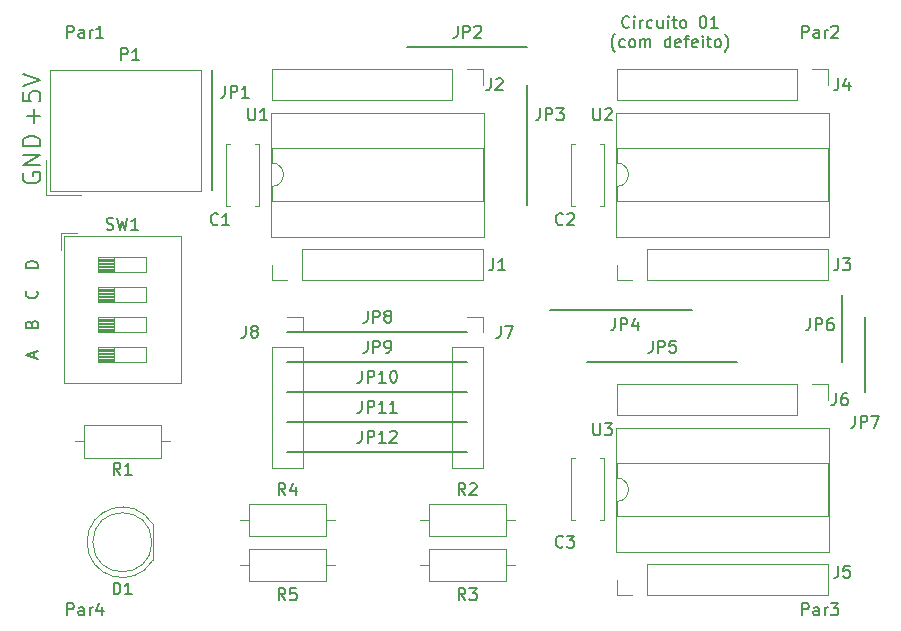
<source format=gbr>
G04 #@! TF.GenerationSoftware,KiCad,Pcbnew,(5.0.2)-1*
G04 #@! TF.CreationDate,2019-10-17T13:34:40-03:00*
G04 #@! TF.ProjectId,circuito-01-com-defeito-trilhas-0.5mm,63697263-7569-4746-9f2d-30312d636f6d,02*
G04 #@! TF.SameCoordinates,Original*
G04 #@! TF.FileFunction,Legend,Top*
G04 #@! TF.FilePolarity,Positive*
%FSLAX46Y46*%
G04 Gerber Fmt 4.6, Leading zero omitted, Abs format (unit mm)*
G04 Created by KiCad (PCBNEW (5.0.2)-1) date 17-10-2019 13:34:40*
%MOMM*%
%LPD*%
G01*
G04 APERTURE LIST*
%ADD10C,0.200000*%
%ADD11C,0.150000*%
%ADD12C,0.120000*%
G04 APERTURE END LIST*
D10*
X125730000Y-86360000D02*
X125730000Y-76200000D01*
X152400000Y-74295000D02*
X142240000Y-74295000D01*
X152400000Y-87630000D02*
X152400000Y-77470000D01*
X157480000Y-100965000D02*
X170180000Y-100965000D01*
X154305000Y-96520000D02*
X166370000Y-96520000D01*
X179070000Y-100965000D02*
X179070000Y-95250000D01*
X180975000Y-97155000D02*
X180975000Y-103505000D01*
X132080000Y-108585000D02*
X147320000Y-108585000D01*
X147320000Y-106045000D02*
X132080000Y-106045000D01*
X132080000Y-103505000D02*
X147320000Y-103505000D01*
X132080000Y-100965000D02*
X147320000Y-100965000D01*
X132080000Y-98425000D02*
X147320000Y-98425000D01*
D11*
X138390476Y-106767380D02*
X138390476Y-107481666D01*
X138342857Y-107624523D01*
X138247619Y-107719761D01*
X138104761Y-107767380D01*
X138009523Y-107767380D01*
X138866666Y-107767380D02*
X138866666Y-106767380D01*
X139247619Y-106767380D01*
X139342857Y-106815000D01*
X139390476Y-106862619D01*
X139438095Y-106957857D01*
X139438095Y-107100714D01*
X139390476Y-107195952D01*
X139342857Y-107243571D01*
X139247619Y-107291190D01*
X138866666Y-107291190D01*
X140390476Y-107767380D02*
X139819047Y-107767380D01*
X140104761Y-107767380D02*
X140104761Y-106767380D01*
X140009523Y-106910238D01*
X139914285Y-107005476D01*
X139819047Y-107053095D01*
X140771428Y-106862619D02*
X140819047Y-106815000D01*
X140914285Y-106767380D01*
X141152380Y-106767380D01*
X141247619Y-106815000D01*
X141295238Y-106862619D01*
X141342857Y-106957857D01*
X141342857Y-107053095D01*
X141295238Y-107195952D01*
X140723809Y-107767380D01*
X141342857Y-107767380D01*
X161036428Y-72557142D02*
X160988809Y-72604761D01*
X160845952Y-72652380D01*
X160750714Y-72652380D01*
X160607857Y-72604761D01*
X160512619Y-72509523D01*
X160465000Y-72414285D01*
X160417380Y-72223809D01*
X160417380Y-72080952D01*
X160465000Y-71890476D01*
X160512619Y-71795238D01*
X160607857Y-71700000D01*
X160750714Y-71652380D01*
X160845952Y-71652380D01*
X160988809Y-71700000D01*
X161036428Y-71747619D01*
X161465000Y-72652380D02*
X161465000Y-71985714D01*
X161465000Y-71652380D02*
X161417380Y-71700000D01*
X161465000Y-71747619D01*
X161512619Y-71700000D01*
X161465000Y-71652380D01*
X161465000Y-71747619D01*
X161941190Y-72652380D02*
X161941190Y-71985714D01*
X161941190Y-72176190D02*
X161988809Y-72080952D01*
X162036428Y-72033333D01*
X162131666Y-71985714D01*
X162226904Y-71985714D01*
X162988809Y-72604761D02*
X162893571Y-72652380D01*
X162703095Y-72652380D01*
X162607857Y-72604761D01*
X162560238Y-72557142D01*
X162512619Y-72461904D01*
X162512619Y-72176190D01*
X162560238Y-72080952D01*
X162607857Y-72033333D01*
X162703095Y-71985714D01*
X162893571Y-71985714D01*
X162988809Y-72033333D01*
X163845952Y-71985714D02*
X163845952Y-72652380D01*
X163417380Y-71985714D02*
X163417380Y-72509523D01*
X163465000Y-72604761D01*
X163560238Y-72652380D01*
X163703095Y-72652380D01*
X163798333Y-72604761D01*
X163845952Y-72557142D01*
X164322142Y-72652380D02*
X164322142Y-71985714D01*
X164322142Y-71652380D02*
X164274523Y-71700000D01*
X164322142Y-71747619D01*
X164369761Y-71700000D01*
X164322142Y-71652380D01*
X164322142Y-71747619D01*
X164655476Y-71985714D02*
X165036428Y-71985714D01*
X164798333Y-71652380D02*
X164798333Y-72509523D01*
X164845952Y-72604761D01*
X164941190Y-72652380D01*
X165036428Y-72652380D01*
X165512619Y-72652380D02*
X165417380Y-72604761D01*
X165369761Y-72557142D01*
X165322142Y-72461904D01*
X165322142Y-72176190D01*
X165369761Y-72080952D01*
X165417380Y-72033333D01*
X165512619Y-71985714D01*
X165655476Y-71985714D01*
X165750714Y-72033333D01*
X165798333Y-72080952D01*
X165845952Y-72176190D01*
X165845952Y-72461904D01*
X165798333Y-72557142D01*
X165750714Y-72604761D01*
X165655476Y-72652380D01*
X165512619Y-72652380D01*
X167226904Y-71652380D02*
X167322142Y-71652380D01*
X167417380Y-71700000D01*
X167465000Y-71747619D01*
X167512619Y-71842857D01*
X167560238Y-72033333D01*
X167560238Y-72271428D01*
X167512619Y-72461904D01*
X167465000Y-72557142D01*
X167417380Y-72604761D01*
X167322142Y-72652380D01*
X167226904Y-72652380D01*
X167131666Y-72604761D01*
X167084047Y-72557142D01*
X167036428Y-72461904D01*
X166988809Y-72271428D01*
X166988809Y-72033333D01*
X167036428Y-71842857D01*
X167084047Y-71747619D01*
X167131666Y-71700000D01*
X167226904Y-71652380D01*
X168512619Y-72652380D02*
X167941190Y-72652380D01*
X168226904Y-72652380D02*
X168226904Y-71652380D01*
X168131666Y-71795238D01*
X168036428Y-71890476D01*
X167941190Y-71938095D01*
X159822142Y-74683333D02*
X159774523Y-74635714D01*
X159679285Y-74492857D01*
X159631666Y-74397619D01*
X159584047Y-74254761D01*
X159536428Y-74016666D01*
X159536428Y-73826190D01*
X159584047Y-73588095D01*
X159631666Y-73445238D01*
X159679285Y-73350000D01*
X159774523Y-73207142D01*
X159822142Y-73159523D01*
X160631666Y-74254761D02*
X160536428Y-74302380D01*
X160345952Y-74302380D01*
X160250714Y-74254761D01*
X160203095Y-74207142D01*
X160155476Y-74111904D01*
X160155476Y-73826190D01*
X160203095Y-73730952D01*
X160250714Y-73683333D01*
X160345952Y-73635714D01*
X160536428Y-73635714D01*
X160631666Y-73683333D01*
X161203095Y-74302380D02*
X161107857Y-74254761D01*
X161060238Y-74207142D01*
X161012619Y-74111904D01*
X161012619Y-73826190D01*
X161060238Y-73730952D01*
X161107857Y-73683333D01*
X161203095Y-73635714D01*
X161345952Y-73635714D01*
X161441190Y-73683333D01*
X161488809Y-73730952D01*
X161536428Y-73826190D01*
X161536428Y-74111904D01*
X161488809Y-74207142D01*
X161441190Y-74254761D01*
X161345952Y-74302380D01*
X161203095Y-74302380D01*
X161965000Y-74302380D02*
X161965000Y-73635714D01*
X161965000Y-73730952D02*
X162012619Y-73683333D01*
X162107857Y-73635714D01*
X162250714Y-73635714D01*
X162345952Y-73683333D01*
X162393571Y-73778571D01*
X162393571Y-74302380D01*
X162393571Y-73778571D02*
X162441190Y-73683333D01*
X162536428Y-73635714D01*
X162679285Y-73635714D01*
X162774523Y-73683333D01*
X162822142Y-73778571D01*
X162822142Y-74302380D01*
X164488809Y-74302380D02*
X164488809Y-73302380D01*
X164488809Y-74254761D02*
X164393571Y-74302380D01*
X164203095Y-74302380D01*
X164107857Y-74254761D01*
X164060238Y-74207142D01*
X164012619Y-74111904D01*
X164012619Y-73826190D01*
X164060238Y-73730952D01*
X164107857Y-73683333D01*
X164203095Y-73635714D01*
X164393571Y-73635714D01*
X164488809Y-73683333D01*
X165345952Y-74254761D02*
X165250714Y-74302380D01*
X165060238Y-74302380D01*
X164965000Y-74254761D01*
X164917380Y-74159523D01*
X164917380Y-73778571D01*
X164965000Y-73683333D01*
X165060238Y-73635714D01*
X165250714Y-73635714D01*
X165345952Y-73683333D01*
X165393571Y-73778571D01*
X165393571Y-73873809D01*
X164917380Y-73969047D01*
X165679285Y-73635714D02*
X166060238Y-73635714D01*
X165822142Y-74302380D02*
X165822142Y-73445238D01*
X165869761Y-73350000D01*
X165965000Y-73302380D01*
X166060238Y-73302380D01*
X166774523Y-74254761D02*
X166679285Y-74302380D01*
X166488809Y-74302380D01*
X166393571Y-74254761D01*
X166345952Y-74159523D01*
X166345952Y-73778571D01*
X166393571Y-73683333D01*
X166488809Y-73635714D01*
X166679285Y-73635714D01*
X166774523Y-73683333D01*
X166822142Y-73778571D01*
X166822142Y-73873809D01*
X166345952Y-73969047D01*
X167250714Y-74302380D02*
X167250714Y-73635714D01*
X167250714Y-73302380D02*
X167203095Y-73350000D01*
X167250714Y-73397619D01*
X167298333Y-73350000D01*
X167250714Y-73302380D01*
X167250714Y-73397619D01*
X167584047Y-73635714D02*
X167965000Y-73635714D01*
X167726904Y-73302380D02*
X167726904Y-74159523D01*
X167774523Y-74254761D01*
X167869761Y-74302380D01*
X167965000Y-74302380D01*
X168441190Y-74302380D02*
X168345952Y-74254761D01*
X168298333Y-74207142D01*
X168250714Y-74111904D01*
X168250714Y-73826190D01*
X168298333Y-73730952D01*
X168345952Y-73683333D01*
X168441190Y-73635714D01*
X168584047Y-73635714D01*
X168679285Y-73683333D01*
X168726904Y-73730952D01*
X168774523Y-73826190D01*
X168774523Y-74111904D01*
X168726904Y-74207142D01*
X168679285Y-74254761D01*
X168584047Y-74302380D01*
X168441190Y-74302380D01*
X169107857Y-74683333D02*
X169155476Y-74635714D01*
X169250714Y-74492857D01*
X169298333Y-74397619D01*
X169345952Y-74254761D01*
X169393571Y-74016666D01*
X169393571Y-73826190D01*
X169345952Y-73588095D01*
X169298333Y-73445238D01*
X169250714Y-73350000D01*
X169155476Y-73207142D01*
X169107857Y-73159523D01*
X110656666Y-100568095D02*
X110656666Y-100091904D01*
X110942380Y-100663333D02*
X109942380Y-100330000D01*
X110942380Y-99996666D01*
X110418571Y-97718571D02*
X110466190Y-97575714D01*
X110513809Y-97528095D01*
X110609047Y-97480476D01*
X110751904Y-97480476D01*
X110847142Y-97528095D01*
X110894761Y-97575714D01*
X110942380Y-97670952D01*
X110942380Y-98051904D01*
X109942380Y-98051904D01*
X109942380Y-97718571D01*
X109990000Y-97623333D01*
X110037619Y-97575714D01*
X110132857Y-97528095D01*
X110228095Y-97528095D01*
X110323333Y-97575714D01*
X110370952Y-97623333D01*
X110418571Y-97718571D01*
X110418571Y-98051904D01*
X110847142Y-94940476D02*
X110894761Y-94988095D01*
X110942380Y-95130952D01*
X110942380Y-95226190D01*
X110894761Y-95369047D01*
X110799523Y-95464285D01*
X110704285Y-95511904D01*
X110513809Y-95559523D01*
X110370952Y-95559523D01*
X110180476Y-95511904D01*
X110085238Y-95464285D01*
X109990000Y-95369047D01*
X109942380Y-95226190D01*
X109942380Y-95130952D01*
X109990000Y-94988095D01*
X110037619Y-94940476D01*
X110942380Y-92971904D02*
X109942380Y-92971904D01*
X109942380Y-92733809D01*
X109990000Y-92590952D01*
X110085238Y-92495714D01*
X110180476Y-92448095D01*
X110370952Y-92400476D01*
X110513809Y-92400476D01*
X110704285Y-92448095D01*
X110799523Y-92495714D01*
X110894761Y-92590952D01*
X110942380Y-92733809D01*
X110942380Y-92971904D01*
X180141666Y-105497380D02*
X180141666Y-106211666D01*
X180094047Y-106354523D01*
X179998809Y-106449761D01*
X179855952Y-106497380D01*
X179760714Y-106497380D01*
X180617857Y-106497380D02*
X180617857Y-105497380D01*
X180998809Y-105497380D01*
X181094047Y-105545000D01*
X181141666Y-105592619D01*
X181189285Y-105687857D01*
X181189285Y-105830714D01*
X181141666Y-105925952D01*
X181094047Y-105973571D01*
X180998809Y-106021190D01*
X180617857Y-106021190D01*
X181522619Y-105497380D02*
X182189285Y-105497380D01*
X181760714Y-106497380D01*
X176331666Y-97242380D02*
X176331666Y-97956666D01*
X176284047Y-98099523D01*
X176188809Y-98194761D01*
X176045952Y-98242380D01*
X175950714Y-98242380D01*
X176807857Y-98242380D02*
X176807857Y-97242380D01*
X177188809Y-97242380D01*
X177284047Y-97290000D01*
X177331666Y-97337619D01*
X177379285Y-97432857D01*
X177379285Y-97575714D01*
X177331666Y-97670952D01*
X177284047Y-97718571D01*
X177188809Y-97766190D01*
X176807857Y-97766190D01*
X178236428Y-97242380D02*
X178045952Y-97242380D01*
X177950714Y-97290000D01*
X177903095Y-97337619D01*
X177807857Y-97480476D01*
X177760238Y-97670952D01*
X177760238Y-98051904D01*
X177807857Y-98147142D01*
X177855476Y-98194761D01*
X177950714Y-98242380D01*
X178141190Y-98242380D01*
X178236428Y-98194761D01*
X178284047Y-98147142D01*
X178331666Y-98051904D01*
X178331666Y-97813809D01*
X178284047Y-97718571D01*
X178236428Y-97670952D01*
X178141190Y-97623333D01*
X177950714Y-97623333D01*
X177855476Y-97670952D01*
X177807857Y-97718571D01*
X177760238Y-97813809D01*
X162996666Y-99147380D02*
X162996666Y-99861666D01*
X162949047Y-100004523D01*
X162853809Y-100099761D01*
X162710952Y-100147380D01*
X162615714Y-100147380D01*
X163472857Y-100147380D02*
X163472857Y-99147380D01*
X163853809Y-99147380D01*
X163949047Y-99195000D01*
X163996666Y-99242619D01*
X164044285Y-99337857D01*
X164044285Y-99480714D01*
X163996666Y-99575952D01*
X163949047Y-99623571D01*
X163853809Y-99671190D01*
X163472857Y-99671190D01*
X164949047Y-99147380D02*
X164472857Y-99147380D01*
X164425238Y-99623571D01*
X164472857Y-99575952D01*
X164568095Y-99528333D01*
X164806190Y-99528333D01*
X164901428Y-99575952D01*
X164949047Y-99623571D01*
X164996666Y-99718809D01*
X164996666Y-99956904D01*
X164949047Y-100052142D01*
X164901428Y-100099761D01*
X164806190Y-100147380D01*
X164568095Y-100147380D01*
X164472857Y-100099761D01*
X164425238Y-100052142D01*
X159821666Y-97242380D02*
X159821666Y-97956666D01*
X159774047Y-98099523D01*
X159678809Y-98194761D01*
X159535952Y-98242380D01*
X159440714Y-98242380D01*
X160297857Y-98242380D02*
X160297857Y-97242380D01*
X160678809Y-97242380D01*
X160774047Y-97290000D01*
X160821666Y-97337619D01*
X160869285Y-97432857D01*
X160869285Y-97575714D01*
X160821666Y-97670952D01*
X160774047Y-97718571D01*
X160678809Y-97766190D01*
X160297857Y-97766190D01*
X161726428Y-97575714D02*
X161726428Y-98242380D01*
X161488333Y-97194761D02*
X161250238Y-97909047D01*
X161869285Y-97909047D01*
X138390476Y-104227380D02*
X138390476Y-104941666D01*
X138342857Y-105084523D01*
X138247619Y-105179761D01*
X138104761Y-105227380D01*
X138009523Y-105227380D01*
X138866666Y-105227380D02*
X138866666Y-104227380D01*
X139247619Y-104227380D01*
X139342857Y-104275000D01*
X139390476Y-104322619D01*
X139438095Y-104417857D01*
X139438095Y-104560714D01*
X139390476Y-104655952D01*
X139342857Y-104703571D01*
X139247619Y-104751190D01*
X138866666Y-104751190D01*
X140390476Y-105227380D02*
X139819047Y-105227380D01*
X140104761Y-105227380D02*
X140104761Y-104227380D01*
X140009523Y-104370238D01*
X139914285Y-104465476D01*
X139819047Y-104513095D01*
X141342857Y-105227380D02*
X140771428Y-105227380D01*
X141057142Y-105227380D02*
X141057142Y-104227380D01*
X140961904Y-104370238D01*
X140866666Y-104465476D01*
X140771428Y-104513095D01*
X138390476Y-101687380D02*
X138390476Y-102401666D01*
X138342857Y-102544523D01*
X138247619Y-102639761D01*
X138104761Y-102687380D01*
X138009523Y-102687380D01*
X138866666Y-102687380D02*
X138866666Y-101687380D01*
X139247619Y-101687380D01*
X139342857Y-101735000D01*
X139390476Y-101782619D01*
X139438095Y-101877857D01*
X139438095Y-102020714D01*
X139390476Y-102115952D01*
X139342857Y-102163571D01*
X139247619Y-102211190D01*
X138866666Y-102211190D01*
X140390476Y-102687380D02*
X139819047Y-102687380D01*
X140104761Y-102687380D02*
X140104761Y-101687380D01*
X140009523Y-101830238D01*
X139914285Y-101925476D01*
X139819047Y-101973095D01*
X141009523Y-101687380D02*
X141104761Y-101687380D01*
X141200000Y-101735000D01*
X141247619Y-101782619D01*
X141295238Y-101877857D01*
X141342857Y-102068333D01*
X141342857Y-102306428D01*
X141295238Y-102496904D01*
X141247619Y-102592142D01*
X141200000Y-102639761D01*
X141104761Y-102687380D01*
X141009523Y-102687380D01*
X140914285Y-102639761D01*
X140866666Y-102592142D01*
X140819047Y-102496904D01*
X140771428Y-102306428D01*
X140771428Y-102068333D01*
X140819047Y-101877857D01*
X140866666Y-101782619D01*
X140914285Y-101735000D01*
X141009523Y-101687380D01*
X138866666Y-99147380D02*
X138866666Y-99861666D01*
X138819047Y-100004523D01*
X138723809Y-100099761D01*
X138580952Y-100147380D01*
X138485714Y-100147380D01*
X139342857Y-100147380D02*
X139342857Y-99147380D01*
X139723809Y-99147380D01*
X139819047Y-99195000D01*
X139866666Y-99242619D01*
X139914285Y-99337857D01*
X139914285Y-99480714D01*
X139866666Y-99575952D01*
X139819047Y-99623571D01*
X139723809Y-99671190D01*
X139342857Y-99671190D01*
X140390476Y-100147380D02*
X140580952Y-100147380D01*
X140676190Y-100099761D01*
X140723809Y-100052142D01*
X140819047Y-99909285D01*
X140866666Y-99718809D01*
X140866666Y-99337857D01*
X140819047Y-99242619D01*
X140771428Y-99195000D01*
X140676190Y-99147380D01*
X140485714Y-99147380D01*
X140390476Y-99195000D01*
X140342857Y-99242619D01*
X140295238Y-99337857D01*
X140295238Y-99575952D01*
X140342857Y-99671190D01*
X140390476Y-99718809D01*
X140485714Y-99766428D01*
X140676190Y-99766428D01*
X140771428Y-99718809D01*
X140819047Y-99671190D01*
X140866666Y-99575952D01*
X138866666Y-96607380D02*
X138866666Y-97321666D01*
X138819047Y-97464523D01*
X138723809Y-97559761D01*
X138580952Y-97607380D01*
X138485714Y-97607380D01*
X139342857Y-97607380D02*
X139342857Y-96607380D01*
X139723809Y-96607380D01*
X139819047Y-96655000D01*
X139866666Y-96702619D01*
X139914285Y-96797857D01*
X139914285Y-96940714D01*
X139866666Y-97035952D01*
X139819047Y-97083571D01*
X139723809Y-97131190D01*
X139342857Y-97131190D01*
X140485714Y-97035952D02*
X140390476Y-96988333D01*
X140342857Y-96940714D01*
X140295238Y-96845476D01*
X140295238Y-96797857D01*
X140342857Y-96702619D01*
X140390476Y-96655000D01*
X140485714Y-96607380D01*
X140676190Y-96607380D01*
X140771428Y-96655000D01*
X140819047Y-96702619D01*
X140866666Y-96797857D01*
X140866666Y-96845476D01*
X140819047Y-96940714D01*
X140771428Y-96988333D01*
X140676190Y-97035952D01*
X140485714Y-97035952D01*
X140390476Y-97083571D01*
X140342857Y-97131190D01*
X140295238Y-97226428D01*
X140295238Y-97416904D01*
X140342857Y-97512142D01*
X140390476Y-97559761D01*
X140485714Y-97607380D01*
X140676190Y-97607380D01*
X140771428Y-97559761D01*
X140819047Y-97512142D01*
X140866666Y-97416904D01*
X140866666Y-97226428D01*
X140819047Y-97131190D01*
X140771428Y-97083571D01*
X140676190Y-97035952D01*
X153471666Y-79462380D02*
X153471666Y-80176666D01*
X153424047Y-80319523D01*
X153328809Y-80414761D01*
X153185952Y-80462380D01*
X153090714Y-80462380D01*
X153947857Y-80462380D02*
X153947857Y-79462380D01*
X154328809Y-79462380D01*
X154424047Y-79510000D01*
X154471666Y-79557619D01*
X154519285Y-79652857D01*
X154519285Y-79795714D01*
X154471666Y-79890952D01*
X154424047Y-79938571D01*
X154328809Y-79986190D01*
X153947857Y-79986190D01*
X154852619Y-79462380D02*
X155471666Y-79462380D01*
X155138333Y-79843333D01*
X155281190Y-79843333D01*
X155376428Y-79890952D01*
X155424047Y-79938571D01*
X155471666Y-80033809D01*
X155471666Y-80271904D01*
X155424047Y-80367142D01*
X155376428Y-80414761D01*
X155281190Y-80462380D01*
X154995476Y-80462380D01*
X154900238Y-80414761D01*
X154852619Y-80367142D01*
X146486666Y-72477380D02*
X146486666Y-73191666D01*
X146439047Y-73334523D01*
X146343809Y-73429761D01*
X146200952Y-73477380D01*
X146105714Y-73477380D01*
X146962857Y-73477380D02*
X146962857Y-72477380D01*
X147343809Y-72477380D01*
X147439047Y-72525000D01*
X147486666Y-72572619D01*
X147534285Y-72667857D01*
X147534285Y-72810714D01*
X147486666Y-72905952D01*
X147439047Y-72953571D01*
X147343809Y-73001190D01*
X146962857Y-73001190D01*
X147915238Y-72572619D02*
X147962857Y-72525000D01*
X148058095Y-72477380D01*
X148296190Y-72477380D01*
X148391428Y-72525000D01*
X148439047Y-72572619D01*
X148486666Y-72667857D01*
X148486666Y-72763095D01*
X148439047Y-72905952D01*
X147867619Y-73477380D01*
X148486666Y-73477380D01*
X126801666Y-77557380D02*
X126801666Y-78271666D01*
X126754047Y-78414523D01*
X126658809Y-78509761D01*
X126515952Y-78557380D01*
X126420714Y-78557380D01*
X127277857Y-78557380D02*
X127277857Y-77557380D01*
X127658809Y-77557380D01*
X127754047Y-77605000D01*
X127801666Y-77652619D01*
X127849285Y-77747857D01*
X127849285Y-77890714D01*
X127801666Y-77985952D01*
X127754047Y-78033571D01*
X127658809Y-78081190D01*
X127277857Y-78081190D01*
X128801666Y-78557380D02*
X128230238Y-78557380D01*
X128515952Y-78557380D02*
X128515952Y-77557380D01*
X128420714Y-77700238D01*
X128325476Y-77795476D01*
X128230238Y-77843095D01*
D10*
X109740000Y-84962857D02*
X109668571Y-85105714D01*
X109668571Y-85320000D01*
X109740000Y-85534285D01*
X109882857Y-85677142D01*
X110025714Y-85748571D01*
X110311428Y-85820000D01*
X110525714Y-85820000D01*
X110811428Y-85748571D01*
X110954285Y-85677142D01*
X111097142Y-85534285D01*
X111168571Y-85320000D01*
X111168571Y-85177142D01*
X111097142Y-84962857D01*
X111025714Y-84891428D01*
X110525714Y-84891428D01*
X110525714Y-85177142D01*
X111168571Y-84248571D02*
X109668571Y-84248571D01*
X111168571Y-83391428D01*
X109668571Y-83391428D01*
X111168571Y-82677142D02*
X109668571Y-82677142D01*
X109668571Y-82320000D01*
X109740000Y-82105714D01*
X109882857Y-81962857D01*
X110025714Y-81891428D01*
X110311428Y-81820000D01*
X110525714Y-81820000D01*
X110811428Y-81891428D01*
X110954285Y-81962857D01*
X111097142Y-82105714D01*
X111168571Y-82320000D01*
X111168571Y-82677142D01*
X110597142Y-80668571D02*
X110597142Y-79525714D01*
X111168571Y-80097142D02*
X110025714Y-80097142D01*
X109668571Y-78097142D02*
X109668571Y-78811428D01*
X110382857Y-78882857D01*
X110311428Y-78811428D01*
X110240000Y-78668571D01*
X110240000Y-78311428D01*
X110311428Y-78168571D01*
X110382857Y-78097142D01*
X110525714Y-78025714D01*
X110882857Y-78025714D01*
X111025714Y-78097142D01*
X111097142Y-78168571D01*
X111168571Y-78311428D01*
X111168571Y-78668571D01*
X111097142Y-78811428D01*
X111025714Y-78882857D01*
X109668571Y-77597142D02*
X111168571Y-77097142D01*
X109668571Y-76597142D01*
D12*
G04 #@! TO.C,D1*
X115120000Y-116204538D02*
G75*
G03X120670000Y-117749830I2990000J-462D01*
G01*
X115120000Y-116205462D02*
G75*
G02X120670000Y-114660170I2990000J462D01*
G01*
X120610000Y-116205000D02*
G75*
G03X120610000Y-116205000I-2500000J0D01*
G01*
X120670000Y-117750000D02*
X120670000Y-114660000D01*
G04 #@! TO.C,J8*
X132080000Y-97095000D02*
X133410000Y-97095000D01*
X133410000Y-97095000D02*
X133410000Y-98425000D01*
X133410000Y-99695000D02*
X133410000Y-109915000D01*
X130750000Y-109915000D02*
X133410000Y-109915000D01*
X130750000Y-99695000D02*
X130750000Y-109915000D01*
X130750000Y-99695000D02*
X133410000Y-99695000D01*
G04 #@! TO.C,J7*
X147320000Y-97095000D02*
X148650000Y-97095000D01*
X148650000Y-97095000D02*
X148650000Y-98425000D01*
X148650000Y-99695000D02*
X148650000Y-109915000D01*
X145990000Y-109915000D02*
X148650000Y-109915000D01*
X145990000Y-99695000D02*
X145990000Y-109915000D01*
X145990000Y-99695000D02*
X148650000Y-99695000D01*
G04 #@! TO.C,C2*
X156425000Y-87750000D02*
X156110000Y-87750000D01*
X158850000Y-87750000D02*
X158535000Y-87750000D01*
X156425000Y-82510000D02*
X156110000Y-82510000D01*
X158850000Y-82510000D02*
X158535000Y-82510000D01*
X156110000Y-82510000D02*
X156110000Y-87750000D01*
X158850000Y-82510000D02*
X158850000Y-87750000D01*
G04 #@! TO.C,J1*
X130750000Y-94040000D02*
X130750000Y-92710000D01*
X132080000Y-94040000D02*
X130750000Y-94040000D01*
X133350000Y-94040000D02*
X133350000Y-91380000D01*
X133350000Y-91380000D02*
X148650000Y-91380000D01*
X133350000Y-94040000D02*
X148650000Y-94040000D01*
X148650000Y-94040000D02*
X148650000Y-91380000D01*
G04 #@! TO.C,J2*
X130750000Y-76140000D02*
X130750000Y-78800000D01*
X146050000Y-76140000D02*
X130750000Y-76140000D01*
X146050000Y-78800000D02*
X130750000Y-78800000D01*
X146050000Y-76140000D02*
X146050000Y-78800000D01*
X147320000Y-76140000D02*
X148650000Y-76140000D01*
X148650000Y-76140000D02*
X148650000Y-77470000D01*
G04 #@! TO.C,J3*
X159960000Y-94040000D02*
X159960000Y-92710000D01*
X161290000Y-94040000D02*
X159960000Y-94040000D01*
X162560000Y-94040000D02*
X162560000Y-91380000D01*
X162560000Y-91380000D02*
X177860000Y-91380000D01*
X162560000Y-94040000D02*
X177860000Y-94040000D01*
X177860000Y-94040000D02*
X177860000Y-91380000D01*
G04 #@! TO.C,J4*
X159960000Y-76140000D02*
X159960000Y-78800000D01*
X175260000Y-76140000D02*
X159960000Y-76140000D01*
X175260000Y-78800000D02*
X159960000Y-78800000D01*
X175260000Y-76140000D02*
X175260000Y-78800000D01*
X176530000Y-76140000D02*
X177860000Y-76140000D01*
X177860000Y-76140000D02*
X177860000Y-77470000D01*
G04 #@! TO.C,J5*
X159960000Y-120710000D02*
X159960000Y-119380000D01*
X161290000Y-120710000D02*
X159960000Y-120710000D01*
X162560000Y-120710000D02*
X162560000Y-118050000D01*
X162560000Y-118050000D02*
X177860000Y-118050000D01*
X162560000Y-120710000D02*
X177860000Y-120710000D01*
X177860000Y-120710000D02*
X177860000Y-118050000D01*
G04 #@! TO.C,J6*
X159960000Y-102810000D02*
X159960000Y-105470000D01*
X175260000Y-102810000D02*
X159960000Y-102810000D01*
X175260000Y-105470000D02*
X159960000Y-105470000D01*
X175260000Y-102810000D02*
X175260000Y-105470000D01*
X176530000Y-102810000D02*
X177860000Y-102810000D01*
X177860000Y-102810000D02*
X177860000Y-104140000D01*
G04 #@! TO.C,P1*
X114610000Y-86820000D02*
X111610000Y-86820000D01*
X111610000Y-86820000D02*
X111610000Y-83820000D01*
X111990000Y-86440000D02*
X111990000Y-76200000D01*
X111990000Y-76200000D02*
X124730000Y-76200000D01*
X124730000Y-86440000D02*
X124730000Y-76200000D01*
X111990000Y-86440000D02*
X124730000Y-86440000D01*
X111990000Y-86440000D02*
X111990000Y-76200000D01*
X111990000Y-76200000D02*
X124730000Y-76200000D01*
X124730000Y-86440000D02*
X124730000Y-76200000D01*
X111990000Y-86440000D02*
X124730000Y-86440000D01*
G04 #@! TO.C,R1*
X121380000Y-109035000D02*
X121380000Y-106295000D01*
X121380000Y-106295000D02*
X114840000Y-106295000D01*
X114840000Y-106295000D02*
X114840000Y-109035000D01*
X114840000Y-109035000D02*
X121380000Y-109035000D01*
X122150000Y-107665000D02*
X121380000Y-107665000D01*
X114070000Y-107665000D02*
X114840000Y-107665000D01*
G04 #@! TO.C,R2*
X143280000Y-114300000D02*
X144050000Y-114300000D01*
X151360000Y-114300000D02*
X150590000Y-114300000D01*
X144050000Y-115670000D02*
X150590000Y-115670000D01*
X144050000Y-112930000D02*
X144050000Y-115670000D01*
X150590000Y-112930000D02*
X144050000Y-112930000D01*
X150590000Y-115670000D02*
X150590000Y-112930000D01*
G04 #@! TO.C,R3*
X150590000Y-119480000D02*
X150590000Y-116740000D01*
X150590000Y-116740000D02*
X144050000Y-116740000D01*
X144050000Y-116740000D02*
X144050000Y-119480000D01*
X144050000Y-119480000D02*
X150590000Y-119480000D01*
X151360000Y-118110000D02*
X150590000Y-118110000D01*
X143280000Y-118110000D02*
X144050000Y-118110000D01*
G04 #@! TO.C,R4*
X136120000Y-114300000D02*
X135350000Y-114300000D01*
X128040000Y-114300000D02*
X128810000Y-114300000D01*
X135350000Y-112930000D02*
X128810000Y-112930000D01*
X135350000Y-115670000D02*
X135350000Y-112930000D01*
X128810000Y-115670000D02*
X135350000Y-115670000D01*
X128810000Y-112930000D02*
X128810000Y-115670000D01*
G04 #@! TO.C,R5*
X128810000Y-116740000D02*
X128810000Y-119480000D01*
X128810000Y-119480000D02*
X135350000Y-119480000D01*
X135350000Y-119480000D02*
X135350000Y-116740000D01*
X135350000Y-116740000D02*
X128810000Y-116740000D01*
X128040000Y-118110000D02*
X128810000Y-118110000D01*
X136120000Y-118110000D02*
X135350000Y-118110000D01*
G04 #@! TO.C,SW1*
X113160000Y-90290000D02*
X123060000Y-90290000D01*
X113160000Y-102750000D02*
X123060000Y-102750000D01*
X113160000Y-90290000D02*
X113160000Y-102750000D01*
X123060000Y-90290000D02*
X123060000Y-102750000D01*
X112920000Y-90050000D02*
X114304000Y-90050000D01*
X112920000Y-90050000D02*
X112920000Y-91433000D01*
X116080000Y-92075000D02*
X116080000Y-93345000D01*
X116080000Y-93345000D02*
X120140000Y-93345000D01*
X120140000Y-93345000D02*
X120140000Y-92075000D01*
X120140000Y-92075000D02*
X116080000Y-92075000D01*
X116080000Y-92195000D02*
X117433333Y-92195000D01*
X116080000Y-92315000D02*
X117433333Y-92315000D01*
X116080000Y-92435000D02*
X117433333Y-92435000D01*
X116080000Y-92555000D02*
X117433333Y-92555000D01*
X116080000Y-92675000D02*
X117433333Y-92675000D01*
X116080000Y-92795000D02*
X117433333Y-92795000D01*
X116080000Y-92915000D02*
X117433333Y-92915000D01*
X116080000Y-93035000D02*
X117433333Y-93035000D01*
X116080000Y-93155000D02*
X117433333Y-93155000D01*
X116080000Y-93275000D02*
X117433333Y-93275000D01*
X117433333Y-92075000D02*
X117433333Y-93345000D01*
X116080000Y-94615000D02*
X116080000Y-95885000D01*
X116080000Y-95885000D02*
X120140000Y-95885000D01*
X120140000Y-95885000D02*
X120140000Y-94615000D01*
X120140000Y-94615000D02*
X116080000Y-94615000D01*
X116080000Y-94735000D02*
X117433333Y-94735000D01*
X116080000Y-94855000D02*
X117433333Y-94855000D01*
X116080000Y-94975000D02*
X117433333Y-94975000D01*
X116080000Y-95095000D02*
X117433333Y-95095000D01*
X116080000Y-95215000D02*
X117433333Y-95215000D01*
X116080000Y-95335000D02*
X117433333Y-95335000D01*
X116080000Y-95455000D02*
X117433333Y-95455000D01*
X116080000Y-95575000D02*
X117433333Y-95575000D01*
X116080000Y-95695000D02*
X117433333Y-95695000D01*
X116080000Y-95815000D02*
X117433333Y-95815000D01*
X117433333Y-94615000D02*
X117433333Y-95885000D01*
X116080000Y-97155000D02*
X116080000Y-98425000D01*
X116080000Y-98425000D02*
X120140000Y-98425000D01*
X120140000Y-98425000D02*
X120140000Y-97155000D01*
X120140000Y-97155000D02*
X116080000Y-97155000D01*
X116080000Y-97275000D02*
X117433333Y-97275000D01*
X116080000Y-97395000D02*
X117433333Y-97395000D01*
X116080000Y-97515000D02*
X117433333Y-97515000D01*
X116080000Y-97635000D02*
X117433333Y-97635000D01*
X116080000Y-97755000D02*
X117433333Y-97755000D01*
X116080000Y-97875000D02*
X117433333Y-97875000D01*
X116080000Y-97995000D02*
X117433333Y-97995000D01*
X116080000Y-98115000D02*
X117433333Y-98115000D01*
X116080000Y-98235000D02*
X117433333Y-98235000D01*
X116080000Y-98355000D02*
X117433333Y-98355000D01*
X117433333Y-97155000D02*
X117433333Y-98425000D01*
X116080000Y-99695000D02*
X116080000Y-100965000D01*
X116080000Y-100965000D02*
X120140000Y-100965000D01*
X120140000Y-100965000D02*
X120140000Y-99695000D01*
X120140000Y-99695000D02*
X116080000Y-99695000D01*
X116080000Y-99815000D02*
X117433333Y-99815000D01*
X116080000Y-99935000D02*
X117433333Y-99935000D01*
X116080000Y-100055000D02*
X117433333Y-100055000D01*
X116080000Y-100175000D02*
X117433333Y-100175000D01*
X116080000Y-100295000D02*
X117433333Y-100295000D01*
X116080000Y-100415000D02*
X117433333Y-100415000D01*
X116080000Y-100535000D02*
X117433333Y-100535000D01*
X116080000Y-100655000D02*
X117433333Y-100655000D01*
X116080000Y-100775000D02*
X117433333Y-100775000D01*
X116080000Y-100895000D02*
X117433333Y-100895000D01*
X117433333Y-99695000D02*
X117433333Y-100965000D01*
G04 #@! TO.C,U1*
X130750000Y-84090000D02*
G75*
G02X130750000Y-86090000I0J-1000000D01*
G01*
X130750000Y-86090000D02*
X130750000Y-87340000D01*
X130750000Y-87340000D02*
X148650000Y-87340000D01*
X148650000Y-87340000D02*
X148650000Y-82840000D01*
X148650000Y-82840000D02*
X130750000Y-82840000D01*
X130750000Y-82840000D02*
X130750000Y-84090000D01*
X130690000Y-90340000D02*
X148710000Y-90340000D01*
X148710000Y-90340000D02*
X148710000Y-79840000D01*
X148710000Y-79840000D02*
X130690000Y-79840000D01*
X130690000Y-79840000D02*
X130690000Y-90340000D01*
G04 #@! TO.C,U2*
X159960000Y-84090000D02*
G75*
G02X159960000Y-86090000I0J-1000000D01*
G01*
X159960000Y-86090000D02*
X159960000Y-87340000D01*
X159960000Y-87340000D02*
X177860000Y-87340000D01*
X177860000Y-87340000D02*
X177860000Y-82840000D01*
X177860000Y-82840000D02*
X159960000Y-82840000D01*
X159960000Y-82840000D02*
X159960000Y-84090000D01*
X159900000Y-90340000D02*
X177920000Y-90340000D01*
X177920000Y-90340000D02*
X177920000Y-79840000D01*
X177920000Y-79840000D02*
X159900000Y-79840000D01*
X159900000Y-79840000D02*
X159900000Y-90340000D01*
G04 #@! TO.C,U3*
X159900000Y-106510000D02*
X159900000Y-117010000D01*
X177920000Y-106510000D02*
X159900000Y-106510000D01*
X177920000Y-117010000D02*
X177920000Y-106510000D01*
X159900000Y-117010000D02*
X177920000Y-117010000D01*
X159960000Y-109510000D02*
X159960000Y-110760000D01*
X177860000Y-109510000D02*
X159960000Y-109510000D01*
X177860000Y-114010000D02*
X177860000Y-109510000D01*
X159960000Y-114010000D02*
X177860000Y-114010000D01*
X159960000Y-112760000D02*
X159960000Y-114010000D01*
X159960000Y-110760000D02*
G75*
G02X159960000Y-112760000I0J-1000000D01*
G01*
G04 #@! TO.C,C1*
X129640000Y-82510000D02*
X129640000Y-87750000D01*
X126900000Y-82510000D02*
X126900000Y-87750000D01*
X129640000Y-82510000D02*
X129325000Y-82510000D01*
X127215000Y-82510000D02*
X126900000Y-82510000D01*
X129640000Y-87750000D02*
X129325000Y-87750000D01*
X127215000Y-87750000D02*
X126900000Y-87750000D01*
G04 #@! TO.C,C3*
X158850000Y-109100000D02*
X158850000Y-114340000D01*
X156110000Y-109100000D02*
X156110000Y-114340000D01*
X158850000Y-109100000D02*
X158535000Y-109100000D01*
X156425000Y-109100000D02*
X156110000Y-109100000D01*
X158850000Y-114340000D02*
X158535000Y-114340000D01*
X156425000Y-114340000D02*
X156110000Y-114340000D01*
G04 #@! TO.C,Par1*
D11*
X113435000Y-73477380D02*
X113435000Y-72477380D01*
X113815952Y-72477380D01*
X113911190Y-72525000D01*
X113958809Y-72572619D01*
X114006428Y-72667857D01*
X114006428Y-72810714D01*
X113958809Y-72905952D01*
X113911190Y-72953571D01*
X113815952Y-73001190D01*
X113435000Y-73001190D01*
X114863571Y-73477380D02*
X114863571Y-72953571D01*
X114815952Y-72858333D01*
X114720714Y-72810714D01*
X114530238Y-72810714D01*
X114435000Y-72858333D01*
X114863571Y-73429761D02*
X114768333Y-73477380D01*
X114530238Y-73477380D01*
X114435000Y-73429761D01*
X114387380Y-73334523D01*
X114387380Y-73239285D01*
X114435000Y-73144047D01*
X114530238Y-73096428D01*
X114768333Y-73096428D01*
X114863571Y-73048809D01*
X115339761Y-73477380D02*
X115339761Y-72810714D01*
X115339761Y-73001190D02*
X115387380Y-72905952D01*
X115435000Y-72858333D01*
X115530238Y-72810714D01*
X115625476Y-72810714D01*
X116482619Y-73477380D02*
X115911190Y-73477380D01*
X116196904Y-73477380D02*
X116196904Y-72477380D01*
X116101666Y-72620238D01*
X116006428Y-72715476D01*
X115911190Y-72763095D01*
G04 #@! TO.C,Par4*
X113435000Y-122372380D02*
X113435000Y-121372380D01*
X113815952Y-121372380D01*
X113911190Y-121420000D01*
X113958809Y-121467619D01*
X114006428Y-121562857D01*
X114006428Y-121705714D01*
X113958809Y-121800952D01*
X113911190Y-121848571D01*
X113815952Y-121896190D01*
X113435000Y-121896190D01*
X114863571Y-122372380D02*
X114863571Y-121848571D01*
X114815952Y-121753333D01*
X114720714Y-121705714D01*
X114530238Y-121705714D01*
X114435000Y-121753333D01*
X114863571Y-122324761D02*
X114768333Y-122372380D01*
X114530238Y-122372380D01*
X114435000Y-122324761D01*
X114387380Y-122229523D01*
X114387380Y-122134285D01*
X114435000Y-122039047D01*
X114530238Y-121991428D01*
X114768333Y-121991428D01*
X114863571Y-121943809D01*
X115339761Y-122372380D02*
X115339761Y-121705714D01*
X115339761Y-121896190D02*
X115387380Y-121800952D01*
X115435000Y-121753333D01*
X115530238Y-121705714D01*
X115625476Y-121705714D01*
X116387380Y-121705714D02*
X116387380Y-122372380D01*
X116149285Y-121324761D02*
X115911190Y-122039047D01*
X116530238Y-122039047D01*
G04 #@! TO.C,Par3*
X175665000Y-122372380D02*
X175665000Y-121372380D01*
X176045952Y-121372380D01*
X176141190Y-121420000D01*
X176188809Y-121467619D01*
X176236428Y-121562857D01*
X176236428Y-121705714D01*
X176188809Y-121800952D01*
X176141190Y-121848571D01*
X176045952Y-121896190D01*
X175665000Y-121896190D01*
X177093571Y-122372380D02*
X177093571Y-121848571D01*
X177045952Y-121753333D01*
X176950714Y-121705714D01*
X176760238Y-121705714D01*
X176665000Y-121753333D01*
X177093571Y-122324761D02*
X176998333Y-122372380D01*
X176760238Y-122372380D01*
X176665000Y-122324761D01*
X176617380Y-122229523D01*
X176617380Y-122134285D01*
X176665000Y-122039047D01*
X176760238Y-121991428D01*
X176998333Y-121991428D01*
X177093571Y-121943809D01*
X177569761Y-122372380D02*
X177569761Y-121705714D01*
X177569761Y-121896190D02*
X177617380Y-121800952D01*
X177665000Y-121753333D01*
X177760238Y-121705714D01*
X177855476Y-121705714D01*
X178093571Y-121372380D02*
X178712619Y-121372380D01*
X178379285Y-121753333D01*
X178522142Y-121753333D01*
X178617380Y-121800952D01*
X178665000Y-121848571D01*
X178712619Y-121943809D01*
X178712619Y-122181904D01*
X178665000Y-122277142D01*
X178617380Y-122324761D01*
X178522142Y-122372380D01*
X178236428Y-122372380D01*
X178141190Y-122324761D01*
X178093571Y-122277142D01*
G04 #@! TO.C,D1*
X117371904Y-120617380D02*
X117371904Y-119617380D01*
X117610000Y-119617380D01*
X117752857Y-119665000D01*
X117848095Y-119760238D01*
X117895714Y-119855476D01*
X117943333Y-120045952D01*
X117943333Y-120188809D01*
X117895714Y-120379285D01*
X117848095Y-120474523D01*
X117752857Y-120569761D01*
X117610000Y-120617380D01*
X117371904Y-120617380D01*
X118895714Y-120617380D02*
X118324285Y-120617380D01*
X118610000Y-120617380D02*
X118610000Y-119617380D01*
X118514761Y-119760238D01*
X118419523Y-119855476D01*
X118324285Y-119903095D01*
G04 #@! TO.C,J8*
X128571666Y-97877380D02*
X128571666Y-98591666D01*
X128524047Y-98734523D01*
X128428809Y-98829761D01*
X128285952Y-98877380D01*
X128190714Y-98877380D01*
X129190714Y-98305952D02*
X129095476Y-98258333D01*
X129047857Y-98210714D01*
X129000238Y-98115476D01*
X129000238Y-98067857D01*
X129047857Y-97972619D01*
X129095476Y-97925000D01*
X129190714Y-97877380D01*
X129381190Y-97877380D01*
X129476428Y-97925000D01*
X129524047Y-97972619D01*
X129571666Y-98067857D01*
X129571666Y-98115476D01*
X129524047Y-98210714D01*
X129476428Y-98258333D01*
X129381190Y-98305952D01*
X129190714Y-98305952D01*
X129095476Y-98353571D01*
X129047857Y-98401190D01*
X129000238Y-98496428D01*
X129000238Y-98686904D01*
X129047857Y-98782142D01*
X129095476Y-98829761D01*
X129190714Y-98877380D01*
X129381190Y-98877380D01*
X129476428Y-98829761D01*
X129524047Y-98782142D01*
X129571666Y-98686904D01*
X129571666Y-98496428D01*
X129524047Y-98401190D01*
X129476428Y-98353571D01*
X129381190Y-98305952D01*
G04 #@! TO.C,J7*
X150161666Y-97877380D02*
X150161666Y-98591666D01*
X150114047Y-98734523D01*
X150018809Y-98829761D01*
X149875952Y-98877380D01*
X149780714Y-98877380D01*
X150542619Y-97877380D02*
X151209285Y-97877380D01*
X150780714Y-98877380D01*
G04 #@! TO.C,C2*
X155408333Y-89257142D02*
X155360714Y-89304761D01*
X155217857Y-89352380D01*
X155122619Y-89352380D01*
X154979761Y-89304761D01*
X154884523Y-89209523D01*
X154836904Y-89114285D01*
X154789285Y-88923809D01*
X154789285Y-88780952D01*
X154836904Y-88590476D01*
X154884523Y-88495238D01*
X154979761Y-88400000D01*
X155122619Y-88352380D01*
X155217857Y-88352380D01*
X155360714Y-88400000D01*
X155408333Y-88447619D01*
X155789285Y-88447619D02*
X155836904Y-88400000D01*
X155932142Y-88352380D01*
X156170238Y-88352380D01*
X156265476Y-88400000D01*
X156313095Y-88447619D01*
X156360714Y-88542857D01*
X156360714Y-88638095D01*
X156313095Y-88780952D01*
X155741666Y-89352380D01*
X156360714Y-89352380D01*
G04 #@! TO.C,J1*
X149526666Y-92162380D02*
X149526666Y-92876666D01*
X149479047Y-93019523D01*
X149383809Y-93114761D01*
X149240952Y-93162380D01*
X149145714Y-93162380D01*
X150526666Y-93162380D02*
X149955238Y-93162380D01*
X150240952Y-93162380D02*
X150240952Y-92162380D01*
X150145714Y-92305238D01*
X150050476Y-92400476D01*
X149955238Y-92448095D01*
G04 #@! TO.C,J2*
X149316666Y-76922380D02*
X149316666Y-77636666D01*
X149269047Y-77779523D01*
X149173809Y-77874761D01*
X149030952Y-77922380D01*
X148935714Y-77922380D01*
X149745238Y-77017619D02*
X149792857Y-76970000D01*
X149888095Y-76922380D01*
X150126190Y-76922380D01*
X150221428Y-76970000D01*
X150269047Y-77017619D01*
X150316666Y-77112857D01*
X150316666Y-77208095D01*
X150269047Y-77350952D01*
X149697619Y-77922380D01*
X150316666Y-77922380D01*
G04 #@! TO.C,J3*
X178736666Y-92162380D02*
X178736666Y-92876666D01*
X178689047Y-93019523D01*
X178593809Y-93114761D01*
X178450952Y-93162380D01*
X178355714Y-93162380D01*
X179117619Y-92162380D02*
X179736666Y-92162380D01*
X179403333Y-92543333D01*
X179546190Y-92543333D01*
X179641428Y-92590952D01*
X179689047Y-92638571D01*
X179736666Y-92733809D01*
X179736666Y-92971904D01*
X179689047Y-93067142D01*
X179641428Y-93114761D01*
X179546190Y-93162380D01*
X179260476Y-93162380D01*
X179165238Y-93114761D01*
X179117619Y-93067142D01*
G04 #@! TO.C,J4*
X178736666Y-76922380D02*
X178736666Y-77636666D01*
X178689047Y-77779523D01*
X178593809Y-77874761D01*
X178450952Y-77922380D01*
X178355714Y-77922380D01*
X179641428Y-77255714D02*
X179641428Y-77922380D01*
X179403333Y-76874761D02*
X179165238Y-77589047D01*
X179784285Y-77589047D01*
G04 #@! TO.C,J5*
X178736666Y-118197380D02*
X178736666Y-118911666D01*
X178689047Y-119054523D01*
X178593809Y-119149761D01*
X178450952Y-119197380D01*
X178355714Y-119197380D01*
X179689047Y-118197380D02*
X179212857Y-118197380D01*
X179165238Y-118673571D01*
X179212857Y-118625952D01*
X179308095Y-118578333D01*
X179546190Y-118578333D01*
X179641428Y-118625952D01*
X179689047Y-118673571D01*
X179736666Y-118768809D01*
X179736666Y-119006904D01*
X179689047Y-119102142D01*
X179641428Y-119149761D01*
X179546190Y-119197380D01*
X179308095Y-119197380D01*
X179212857Y-119149761D01*
X179165238Y-119102142D01*
G04 #@! TO.C,J6*
X178526666Y-103592380D02*
X178526666Y-104306666D01*
X178479047Y-104449523D01*
X178383809Y-104544761D01*
X178240952Y-104592380D01*
X178145714Y-104592380D01*
X179431428Y-103592380D02*
X179240952Y-103592380D01*
X179145714Y-103640000D01*
X179098095Y-103687619D01*
X179002857Y-103830476D01*
X178955238Y-104020952D01*
X178955238Y-104401904D01*
X179002857Y-104497142D01*
X179050476Y-104544761D01*
X179145714Y-104592380D01*
X179336190Y-104592380D01*
X179431428Y-104544761D01*
X179479047Y-104497142D01*
X179526666Y-104401904D01*
X179526666Y-104163809D01*
X179479047Y-104068571D01*
X179431428Y-104020952D01*
X179336190Y-103973333D01*
X179145714Y-103973333D01*
X179050476Y-104020952D01*
X179002857Y-104068571D01*
X178955238Y-104163809D01*
G04 #@! TO.C,P1*
X118006904Y-75382380D02*
X118006904Y-74382380D01*
X118387857Y-74382380D01*
X118483095Y-74430000D01*
X118530714Y-74477619D01*
X118578333Y-74572857D01*
X118578333Y-74715714D01*
X118530714Y-74810952D01*
X118483095Y-74858571D01*
X118387857Y-74906190D01*
X118006904Y-74906190D01*
X119530714Y-75382380D02*
X118959285Y-75382380D01*
X119245000Y-75382380D02*
X119245000Y-74382380D01*
X119149761Y-74525238D01*
X119054523Y-74620476D01*
X118959285Y-74668095D01*
G04 #@! TO.C,R1*
X117943333Y-110487380D02*
X117610000Y-110011190D01*
X117371904Y-110487380D02*
X117371904Y-109487380D01*
X117752857Y-109487380D01*
X117848095Y-109535000D01*
X117895714Y-109582619D01*
X117943333Y-109677857D01*
X117943333Y-109820714D01*
X117895714Y-109915952D01*
X117848095Y-109963571D01*
X117752857Y-110011190D01*
X117371904Y-110011190D01*
X118895714Y-110487380D02*
X118324285Y-110487380D01*
X118610000Y-110487380D02*
X118610000Y-109487380D01*
X118514761Y-109630238D01*
X118419523Y-109725476D01*
X118324285Y-109773095D01*
G04 #@! TO.C,R2*
X147153333Y-112212380D02*
X146820000Y-111736190D01*
X146581904Y-112212380D02*
X146581904Y-111212380D01*
X146962857Y-111212380D01*
X147058095Y-111260000D01*
X147105714Y-111307619D01*
X147153333Y-111402857D01*
X147153333Y-111545714D01*
X147105714Y-111640952D01*
X147058095Y-111688571D01*
X146962857Y-111736190D01*
X146581904Y-111736190D01*
X147534285Y-111307619D02*
X147581904Y-111260000D01*
X147677142Y-111212380D01*
X147915238Y-111212380D01*
X148010476Y-111260000D01*
X148058095Y-111307619D01*
X148105714Y-111402857D01*
X148105714Y-111498095D01*
X148058095Y-111640952D01*
X147486666Y-112212380D01*
X148105714Y-112212380D01*
G04 #@! TO.C,R3*
X147153333Y-121102380D02*
X146820000Y-120626190D01*
X146581904Y-121102380D02*
X146581904Y-120102380D01*
X146962857Y-120102380D01*
X147058095Y-120150000D01*
X147105714Y-120197619D01*
X147153333Y-120292857D01*
X147153333Y-120435714D01*
X147105714Y-120530952D01*
X147058095Y-120578571D01*
X146962857Y-120626190D01*
X146581904Y-120626190D01*
X147486666Y-120102380D02*
X148105714Y-120102380D01*
X147772380Y-120483333D01*
X147915238Y-120483333D01*
X148010476Y-120530952D01*
X148058095Y-120578571D01*
X148105714Y-120673809D01*
X148105714Y-120911904D01*
X148058095Y-121007142D01*
X148010476Y-121054761D01*
X147915238Y-121102380D01*
X147629523Y-121102380D01*
X147534285Y-121054761D01*
X147486666Y-121007142D01*
G04 #@! TO.C,R4*
X131913333Y-112212380D02*
X131580000Y-111736190D01*
X131341904Y-112212380D02*
X131341904Y-111212380D01*
X131722857Y-111212380D01*
X131818095Y-111260000D01*
X131865714Y-111307619D01*
X131913333Y-111402857D01*
X131913333Y-111545714D01*
X131865714Y-111640952D01*
X131818095Y-111688571D01*
X131722857Y-111736190D01*
X131341904Y-111736190D01*
X132770476Y-111545714D02*
X132770476Y-112212380D01*
X132532380Y-111164761D02*
X132294285Y-111879047D01*
X132913333Y-111879047D01*
G04 #@! TO.C,R5*
X131913333Y-121102380D02*
X131580000Y-120626190D01*
X131341904Y-121102380D02*
X131341904Y-120102380D01*
X131722857Y-120102380D01*
X131818095Y-120150000D01*
X131865714Y-120197619D01*
X131913333Y-120292857D01*
X131913333Y-120435714D01*
X131865714Y-120530952D01*
X131818095Y-120578571D01*
X131722857Y-120626190D01*
X131341904Y-120626190D01*
X132818095Y-120102380D02*
X132341904Y-120102380D01*
X132294285Y-120578571D01*
X132341904Y-120530952D01*
X132437142Y-120483333D01*
X132675238Y-120483333D01*
X132770476Y-120530952D01*
X132818095Y-120578571D01*
X132865714Y-120673809D01*
X132865714Y-120911904D01*
X132818095Y-121007142D01*
X132770476Y-121054761D01*
X132675238Y-121102380D01*
X132437142Y-121102380D01*
X132341904Y-121054761D01*
X132294285Y-121007142D01*
G04 #@! TO.C,SW1*
X116776666Y-89694761D02*
X116919523Y-89742380D01*
X117157619Y-89742380D01*
X117252857Y-89694761D01*
X117300476Y-89647142D01*
X117348095Y-89551904D01*
X117348095Y-89456666D01*
X117300476Y-89361428D01*
X117252857Y-89313809D01*
X117157619Y-89266190D01*
X116967142Y-89218571D01*
X116871904Y-89170952D01*
X116824285Y-89123333D01*
X116776666Y-89028095D01*
X116776666Y-88932857D01*
X116824285Y-88837619D01*
X116871904Y-88790000D01*
X116967142Y-88742380D01*
X117205238Y-88742380D01*
X117348095Y-88790000D01*
X117681428Y-88742380D02*
X117919523Y-89742380D01*
X118110000Y-89028095D01*
X118300476Y-89742380D01*
X118538571Y-88742380D01*
X119443333Y-89742380D02*
X118871904Y-89742380D01*
X119157619Y-89742380D02*
X119157619Y-88742380D01*
X119062380Y-88885238D01*
X118967142Y-88980476D01*
X118871904Y-89028095D01*
G04 #@! TO.C,U1*
X128778095Y-79462380D02*
X128778095Y-80271904D01*
X128825714Y-80367142D01*
X128873333Y-80414761D01*
X128968571Y-80462380D01*
X129159047Y-80462380D01*
X129254285Y-80414761D01*
X129301904Y-80367142D01*
X129349523Y-80271904D01*
X129349523Y-79462380D01*
X130349523Y-80462380D02*
X129778095Y-80462380D01*
X130063809Y-80462380D02*
X130063809Y-79462380D01*
X129968571Y-79605238D01*
X129873333Y-79700476D01*
X129778095Y-79748095D01*
G04 #@! TO.C,U2*
X157988095Y-79462380D02*
X157988095Y-80271904D01*
X158035714Y-80367142D01*
X158083333Y-80414761D01*
X158178571Y-80462380D01*
X158369047Y-80462380D01*
X158464285Y-80414761D01*
X158511904Y-80367142D01*
X158559523Y-80271904D01*
X158559523Y-79462380D01*
X158988095Y-79557619D02*
X159035714Y-79510000D01*
X159130952Y-79462380D01*
X159369047Y-79462380D01*
X159464285Y-79510000D01*
X159511904Y-79557619D01*
X159559523Y-79652857D01*
X159559523Y-79748095D01*
X159511904Y-79890952D01*
X158940476Y-80462380D01*
X159559523Y-80462380D01*
G04 #@! TO.C,U3*
X157988095Y-106132380D02*
X157988095Y-106941904D01*
X158035714Y-107037142D01*
X158083333Y-107084761D01*
X158178571Y-107132380D01*
X158369047Y-107132380D01*
X158464285Y-107084761D01*
X158511904Y-107037142D01*
X158559523Y-106941904D01*
X158559523Y-106132380D01*
X158940476Y-106132380D02*
X159559523Y-106132380D01*
X159226190Y-106513333D01*
X159369047Y-106513333D01*
X159464285Y-106560952D01*
X159511904Y-106608571D01*
X159559523Y-106703809D01*
X159559523Y-106941904D01*
X159511904Y-107037142D01*
X159464285Y-107084761D01*
X159369047Y-107132380D01*
X159083333Y-107132380D01*
X158988095Y-107084761D01*
X158940476Y-107037142D01*
G04 #@! TO.C,C1*
X126198333Y-89257142D02*
X126150714Y-89304761D01*
X126007857Y-89352380D01*
X125912619Y-89352380D01*
X125769761Y-89304761D01*
X125674523Y-89209523D01*
X125626904Y-89114285D01*
X125579285Y-88923809D01*
X125579285Y-88780952D01*
X125626904Y-88590476D01*
X125674523Y-88495238D01*
X125769761Y-88400000D01*
X125912619Y-88352380D01*
X126007857Y-88352380D01*
X126150714Y-88400000D01*
X126198333Y-88447619D01*
X127150714Y-89352380D02*
X126579285Y-89352380D01*
X126865000Y-89352380D02*
X126865000Y-88352380D01*
X126769761Y-88495238D01*
X126674523Y-88590476D01*
X126579285Y-88638095D01*
G04 #@! TO.C,C3*
X155408333Y-116562142D02*
X155360714Y-116609761D01*
X155217857Y-116657380D01*
X155122619Y-116657380D01*
X154979761Y-116609761D01*
X154884523Y-116514523D01*
X154836904Y-116419285D01*
X154789285Y-116228809D01*
X154789285Y-116085952D01*
X154836904Y-115895476D01*
X154884523Y-115800238D01*
X154979761Y-115705000D01*
X155122619Y-115657380D01*
X155217857Y-115657380D01*
X155360714Y-115705000D01*
X155408333Y-115752619D01*
X155741666Y-115657380D02*
X156360714Y-115657380D01*
X156027380Y-116038333D01*
X156170238Y-116038333D01*
X156265476Y-116085952D01*
X156313095Y-116133571D01*
X156360714Y-116228809D01*
X156360714Y-116466904D01*
X156313095Y-116562142D01*
X156265476Y-116609761D01*
X156170238Y-116657380D01*
X155884523Y-116657380D01*
X155789285Y-116609761D01*
X155741666Y-116562142D01*
G04 #@! TO.C,Par2*
X175665000Y-73477380D02*
X175665000Y-72477380D01*
X176045952Y-72477380D01*
X176141190Y-72525000D01*
X176188809Y-72572619D01*
X176236428Y-72667857D01*
X176236428Y-72810714D01*
X176188809Y-72905952D01*
X176141190Y-72953571D01*
X176045952Y-73001190D01*
X175665000Y-73001190D01*
X177093571Y-73477380D02*
X177093571Y-72953571D01*
X177045952Y-72858333D01*
X176950714Y-72810714D01*
X176760238Y-72810714D01*
X176665000Y-72858333D01*
X177093571Y-73429761D02*
X176998333Y-73477380D01*
X176760238Y-73477380D01*
X176665000Y-73429761D01*
X176617380Y-73334523D01*
X176617380Y-73239285D01*
X176665000Y-73144047D01*
X176760238Y-73096428D01*
X176998333Y-73096428D01*
X177093571Y-73048809D01*
X177569761Y-73477380D02*
X177569761Y-72810714D01*
X177569761Y-73001190D02*
X177617380Y-72905952D01*
X177665000Y-72858333D01*
X177760238Y-72810714D01*
X177855476Y-72810714D01*
X178141190Y-72572619D02*
X178188809Y-72525000D01*
X178284047Y-72477380D01*
X178522142Y-72477380D01*
X178617380Y-72525000D01*
X178665000Y-72572619D01*
X178712619Y-72667857D01*
X178712619Y-72763095D01*
X178665000Y-72905952D01*
X178093571Y-73477380D01*
X178712619Y-73477380D01*
G04 #@! TD*
M02*

</source>
